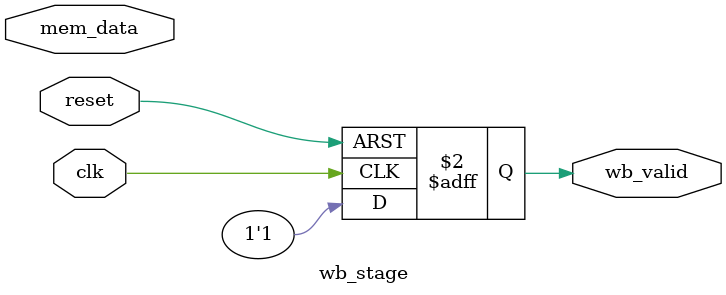
<source format=v>
module wb_stage (
    input clk,
    input reset,
    input [31:0] mem_data,
    output reg wb_valid
);

    // Simple write back stage
    always @(posedge clk or posedge reset) begin
        if (reset) begin
            wb_valid <= 1'b0;
        end else begin
            wb_valid <= 1'b1;
        end
    end

endmodule
</source>
